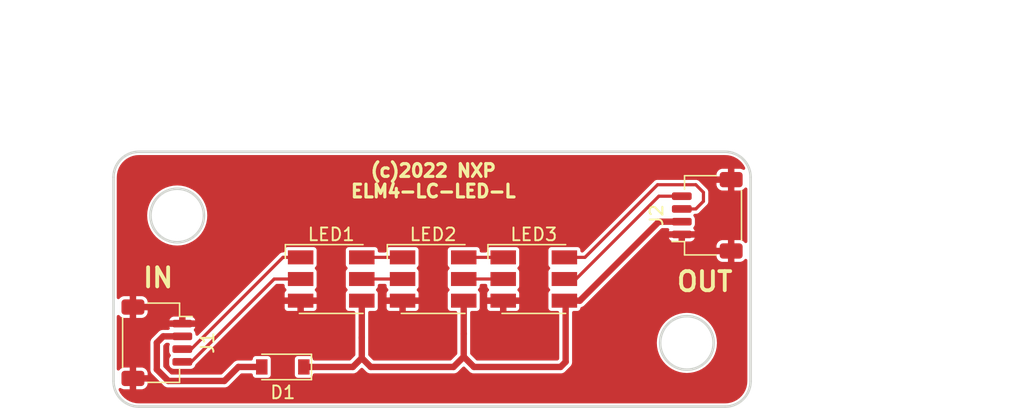
<source format=kicad_pcb>
(kicad_pcb (version 20211014) (generator pcbnew)
  (layers (0 "F.Cu" signal) (31 "B.Cu" signal) (34 "B.Paste" user) (35 "F.Paste" user) (36 "B.SilkS" user "B.Silkscreen") (37 "F.SilkS" user "F.Silkscreen") (38 "B.Mask" user) (39 "F.Mask" user) (44 "Edge.Cuts" user))
  (net 0 "")
  (net 1 "/D_IN1")
  (net 2 "/C_IN1")
  (net 3 "/D_OUT1")
  (net 4 "/C_OUT1")
  (net 5 "/5V_1")
  (net 6 "/GND1")
  (net 7 "/PWR1")
  (net 8 "Net-(LED1-Pad5)")
  (net 9 "Net-(LED1-Pad6)")
  (net 10 "Net-(LED2-Pad6)")
  (net 11 "Net-(LED2-Pad5)")
  (footprint "LED_SMD:LED_RGB_5050-6" (layer "F.Cu") (at 49.585786 40.6)
    (fp_text reference "LED2" (at 0 -3.5 180) (layer "F.SilkS"))
    (fp_text value "APA102")
    (fp_line (start -3.6 -1.6) (end -3.6 -2.7) (layer "F.SilkS") (width 0.12))
    (fp_line (start -3.6 -2.7) (end 2.5 -2.7) (layer "F.SilkS") (width 0.12))
    (fp_line (start 2.5 2.7) (end -2.5 2.7) (layer "F.SilkS") (width 0.12))
    (pad "1" smd rect locked (at -2.4 -1.7 90) (size 1.1 2) (layers "F.Cu" "F.Paste" "F.Mask") (net 9 "Net-(LED1-Pad6)"))
    (pad "2" smd rect locked (at -2.4 0 90) (size 1.1 2) (layers "F.Cu" "F.Paste" "F.Mask") (net 8 "Net-(LED1-Pad5)"))
    (pad "3" smd rect locked (at -2.4 1.7 90) (size 1.1 2) (layers "F.Cu" "F.Paste" "F.Mask") (net 6 "/GND1"))
    (pad "4" smd rect locked (at 2.4 1.7 90) (size 1.1 2) (layers "F.Cu" "F.Paste" "F.Mask") (net 7 "/PWR1"))
    (pad "5" smd rect locked (at 2.4 0 90) (size 1.1 2) (layers "F.Cu" "F.Paste" "F.Mask") (net 11 "Net-(LED2-Pad5)"))
    (pad "6" smd rect locked (at 2.4 -1.7 90) (size 1.1 2) (layers "F.Cu" "F.Paste" "F.Mask") (net 10 "Net-(LED2-Pad6)"))
  )
  (footprint "Diode_SMD:D_SOD-123" (layer "F.Cu") (at 37.785786 47.5 180)
    (fp_text reference "D1" (at 0 -2) (layer "F.SilkS"))
    (fp_text value "D")
    (fp_line (start -2.25 1) (end 1.65 1) (layer "F.SilkS") (width 0.12))
    (fp_line (start -2.25 -1) (end -2.25 1) (layer "F.SilkS") (width 0.12))
    (fp_line (start -2.25 -1) (end 1.65 -1) (layer "F.SilkS") (width 0.12))
    (pad "1" smd rect locked (at -1.65 0 180) (size 0.9 1.2) (layers "F.Cu" "F.Paste" "F.Mask") (net 7 "/PWR1"))
    (pad "2" smd rect locked (at 1.65 0 180) (size 0.9 1.2) (layers "F.Cu" "F.Paste" "F.Mask") (net 5 "/5V_1"))
  )
  (footprint "Connector_JST:JST_SH_SM04B-SRSS-TB_1x04-1MP_P1.00mm_Horizontal" (layer "F.Cu") (at 27.9 45.6 -90)
    (fp_text reference "J1" (at 0 -3.98 90) (layer "F.SilkS"))
    (fp_text value "Conn_01x04")
    (fp_line (start -3.11 0.715) (end -3.11 -1.785) (layer "F.SilkS") (width 0.12))
    (fp_line (start 3.11 -1.785) (end 2.06 -1.785) (layer "F.SilkS") (width 0.12))
    (fp_line (start -3.11 -1.785) (end -2.06 -1.785) (layer "F.SilkS") (width 0.12))
    (fp_line (start 3.11 0.715) (end 3.11 -1.785) (layer "F.SilkS") (width 0.12))
    (fp_line (start -1.94 2.685) (end 1.94 2.685) (layer "F.SilkS") (width 0.12))
    (fp_line (start -2.06 -1.785) (end -2.06 -2.775) (layer "F.SilkS") (width 0.12))
    (pad "1" smd roundrect (at -1.5 -2 270) (size 0.6 1.55) (layers "F.Cu" "F.Paste" "F.Mask") (net 6 "/GND1"))
    (pad "2" smd roundrect (at -0.5 -2 270) (size 0.6 1.55) (layers "F.Cu" "F.Paste" "F.Mask") (net 5 "/5V_1"))
    (pad "3" smd roundrect (at 0.5 -2 270) (size 0.6 1.55) (layers "F.Cu" "F.Paste" "F.Mask") (net 1 "/D_IN1"))
    (pad "4" smd roundrect (at 1.5 -2 270) (size 0.6 1.55) (layers "F.Cu" "F.Paste" "F.Mask") (net 2 "/C_IN1"))
    (pad "MP" smd roundrect (at -2.8 1.875 270) (size 1.2 1.8) (layers "F.Cu" "F.Paste" "F.Mask") (roundrect_rratio 0.2083333333) (net 6 "/GND1"))
    (pad "MP" smd roundrect (at 2.8 1.875 270) (size 1.2 1.8) (layers "F.Cu" "F.Paste" "F.Mask") (roundrect_rratio 0.2083333333) (net 6 "/GND1"))
  )
  (footprint "LED_SMD:LED_RGB_5050-6" (layer "F.Cu") (at 41.585786 40.6)
    (fp_text reference "LED1" (at 0 -3.5 180) (layer "F.SilkS"))
    (fp_text value "APA102")
    (fp_line (start -3.6 -2.7) (end 2.5 -2.7) (layer "F.SilkS") (width 0.12))
    (fp_line (start -3.6 -1.6) (end -3.6 -2.7) (layer "F.SilkS") (width 0.12))
    (fp_line (start 2.5 2.7) (end -2.5 2.7) (layer "F.SilkS") (width 0.12))
    (pad "1" smd rect locked (at -2.4 -1.7 90) (size 1.1 2) (layers "F.Cu" "F.Paste" "F.Mask") (net 1 "/D_IN1"))
    (pad "2" smd rect locked (at -2.4 0 90) (size 1.1 2) (layers "F.Cu" "F.Paste" "F.Mask") (net 2 "/C_IN1"))
    (pad "3" smd rect locked (at -2.4 1.7 90) (size 1.1 2) (layers "F.Cu" "F.Paste" "F.Mask") (net 6 "/GND1"))
    (pad "4" smd rect locked (at 2.4 1.7 90) (size 1.1 2) (layers "F.Cu" "F.Paste" "F.Mask") (net 7 "/PWR1"))
    (pad "5" smd rect locked (at 2.4 0 90) (size 1.1 2) (layers "F.Cu" "F.Paste" "F.Mask") (net 8 "Net-(LED1-Pad5)"))
    (pad "6" smd rect locked (at 2.4 -1.7 90) (size 1.1 2) (layers "F.Cu" "F.Paste" "F.Mask") (net 9 "Net-(LED1-Pad6)"))
  )
  (footprint "LED_SMD:LED_RGB_5050-6" (layer "F.Cu") (at 57.485786 40.6)
    (fp_text reference "LED3" (at 0 -3.5 180) (layer "F.SilkS"))
    (fp_text value "APA102")
    (fp_line (start 2.5 2.7) (end -2.5 2.7) (layer "F.SilkS") (width 0.12))
    (fp_line (start -3.6 -1.6) (end -3.6 -2.7) (layer "F.SilkS") (width 0.12))
    (fp_line (start -3.6 -2.7) (end 2.5 -2.7) (layer "F.SilkS") (width 0.12))
    (pad "1" smd rect locked (at -2.4 -1.7 90) (size 1.1 2) (layers "F.Cu" "F.Paste" "F.Mask") (net 10 "Net-(LED2-Pad6)"))
    (pad "2" smd rect locked (at -2.4 0 90) (size 1.1 2) (layers "F.Cu" "F.Paste" "F.Mask") (net 11 "Net-(LED2-Pad5)"))
    (pad "3" smd rect locked (at -2.4 1.7 90) (size 1.1 2) (layers "F.Cu" "F.Paste" "F.Mask") (net 6 "/GND1"))
    (pad "4" smd rect locked (at 2.4 1.7 90) (size 1.1 2) (layers "F.Cu" "F.Paste" "F.Mask") (net 7 "/PWR1"))
    (pad "5" smd rect locked (at 2.4 0 90) (size 1.1 2) (layers "F.Cu" "F.Paste" "F.Mask") (net 4 "/C_OUT1"))
    (pad "6" smd rect locked (at 2.4 -1.7 90) (size 1.1 2) (layers "F.Cu" "F.Paste" "F.Mask") (net 3 "/D_OUT1"))
  )
  (footprint "Connector_JST:JST_SH_SM04B-SRSS-TB_1x04-1MP_P1.00mm_Horizontal" (layer "F.Cu") (at 71.1 35.6 90)
    (fp_text reference "J2" (at 0 -3.98 90) (layer "F.SilkS"))
    (fp_text value "Conn_01x04")
    (fp_line (start -2.06 -1.785) (end -2.06 -2.775) (layer "F.SilkS") (width 0.12))
    (fp_line (start 3.11 0.715) (end 3.11 -1.785) (layer "F.SilkS") (width 0.12))
    (fp_line (start 3.11 -1.785) (end 2.06 -1.785) (layer "F.SilkS") (width 0.12))
    (fp_line (start -3.11 0.715) (end -3.11 -1.785) (layer "F.SilkS") (width 0.12))
    (fp_line (start -1.94 2.685) (end 1.94 2.685) (layer "F.SilkS") (width 0.12))
    (fp_line (start -3.11 -1.785) (end -2.06 -1.785) (layer "F.SilkS") (width 0.12))
    (pad "1" smd roundrect (at -1.5 -2 90) (size 0.6 1.55) (layers "F.Cu" "F.Paste" "F.Mask") (net 6 "/GND1"))
    (pad "2" smd roundrect (at -0.5 -2 90) (size 0.6 1.55) (layers "F.Cu" "F.Paste" "F.Mask") (net 7 "/PWR1"))
    (pad "3" smd roundrect (at 0.5 -2 90) (size 0.6 1.55) (layers "F.Cu" "F.Paste" "F.Mask") (net 3 "/D_OUT1"))
    (pad "4" smd roundrect (at 1.5 -2 90) (size 0.6 1.55) (layers "F.Cu" "F.Paste" "F.Mask") (net 4 "/C_OUT1"))
    (pad "MP" smd roundrect (at -2.8 1.875 90) (size 1.2 1.8) (layers "F.Cu" "F.Paste" "F.Mask") (roundrect_rratio 0.2083333333) (net 6 "/GND1"))
    (pad "MP" smd roundrect (at 2.8 1.875 90) (size 1.2 1.8) (layers "F.Cu" "F.Paste" "F.Mask") (roundrect_rratio 0.2083333333) (net 6 "/GND1"))
  )
  (gr_line (start 26.5 50.614214) (end 72.5 50.614214) (layer "Edge.Cuts") (width 0.2))
  (gr_arc (start 72.5 30.614214) (mid 73.914214 31.2) (end 74.5 32.614214) (layer "Edge.Cuts") (width 0.2))
  (gr_arc (start 24.5 32.614214) (mid 25.085786 31.2) (end 26.5 30.614214) (layer "Edge.Cuts") (width 0.2))
  (gr_arc (start 74.5 48.614214) (mid 73.914214 50.028428) (end 72.5 50.614214) (layer "Edge.Cuts") (width 0.2))
  (gr_circle (center 69.5 45.614214) (end 71.6 45.614214) (layer "Edge.Cuts") (width 0.2) (fill none))
  (gr_arc (start 26.5 50.614214) (mid 25.085786 50.028428) (end 24.5 48.614214) (layer "Edge.Cuts") (width 0.2))
  (gr_circle (center 29.5 35.614214) (end 31.6 35.614214) (layer "Edge.Cuts") (width 0.2) (fill none))
  (gr_line (start 74.5 48.614214) (end 74.5 32.614214) (layer "Edge.Cuts") (width 0.2))
  (gr_line (start 24.5 32.614214) (end 24.5 48.614214) (layer "Edge.Cuts") (width 0.2))
  (gr_line (start 72.5 30.614214) (end 26.5 30.614214) (layer "Edge.Cuts") (width 0.2))
  (gr_text "IN" (at 28 40.5) (layer "F.SilkS") (effects (font (size 1.5 1.5) (thickness 0.3))))
  (gr_text "OUT" (at 70.9 40.8) (layer "F.SilkS") (effects (font (size 1.5 1.5) (thickness 0.3))))
  (gr_text "(c)2022 NXP\nELM4-LC-LED-L" (at 49.6 32.9) (layer "F.SilkS") (effects (font (size 1 1) (thickness 0.25))))
  (segment (start 37.8 38.9) (end 39.185786 38.9) (width 0.25) (layer "F.Cu") (net 1))
  (segment (start 29.9 46.1) (end 30.6 46.1) (width 0.25) (layer "F.Cu") (net 1))
  (segment (start 30.6 46.1) (end 37.8 38.9) (width 0.25) (layer "F.Cu") (net 1))
  (segment (start 29.9 47.1) (end 30.60893 47.1) (width 0.25) (layer "F.Cu") (net 2))
  (segment (start 30.60893 47.1) (end 37.10893 40.6) (width 0.25) (layer "F.Cu") (net 2))
  (segment (start 37.10893 40.6) (end 39.185786 40.6) (width 0.25) (layer "F.Cu") (net 2))
  (segment (start 70.2 35.1) (end 69.1 35.1) (width 0.25) (layer "F.Cu") (net 3))
  (segment (start 61.5 38.9) (end 67.2 33.2) (width 0.25) (layer "F.Cu") (net 3))
  (segment (start 70.8 33.8) (end 70.8 34.5) (width 0.25) (layer "F.Cu") (net 3))
  (segment (start 70.8 34.5) (end 70.2 35.1) (width 0.25) (layer "F.Cu") (net 3))
  (segment (start 70.2 33.2) (end 70.8 33.8) (width 0.25) (layer "F.Cu") (net 3))
  (segment (start 59.885786 38.9) (end 61.5 38.9) (width 0.25) (layer "F.Cu") (net 3))
  (segment (start 67.2 33.2) (end 70.2 33.2) (width 0.25) (layer "F.Cu") (net 3))
  (segment (start 59.885786 40.6) (end 60.8 40.6) (width 0.25) (layer "F.Cu") (net 4))
  (segment (start 67.3 34.1) (end 69.1 34.1) (width 0.25) (layer "F.Cu") (net 4))
  (segment (start 60.8 40.6) (end 67.3 34.1) (width 0.25) (layer "F.Cu") (net 4))
  (segment (start 27.9 45.6) (end 27.9 47.7) (width 0.5) (layer "F.Cu") (net 5))
  (segment (start 33.2 48.6) (end 34.3 47.5) (width 0.5) (layer "F.Cu") (net 5))
  (segment (start 28.8 48.6) (end 33.2 48.6) (width 0.5) (layer "F.Cu") (net 5))
  (segment (start 28.4 45.1) (end 27.9 45.6) (width 0.5) (layer "F.Cu") (net 5))
  (segment (start 27.9 47.7) (end 28.8 48.6) (width 0.5) (layer "F.Cu") (net 5))
  (segment (start 34.3 47.5) (end 36.135786 47.5) (width 0.5) (layer "F.Cu") (net 5))
  (segment (start 29.9 45.1) (end 28.4 45.1) (width 0.5) (layer "F.Cu") (net 5))
  (segment (start 43.285786 47.5) (end 43.985786 46.8) (width 0.5) (layer "F.Cu") (net 7))
  (segment (start 43.985786 46.8) (end 44.685786 47.5) (width 0.5) (layer "F.Cu") (net 7))
  (segment (start 52.785786 47.5) (end 59.585786 47.5) (width 0.5) (layer "F.Cu") (net 7))
  (segment (start 44.685786 47.5) (end 51.185786 47.5) (width 0.5) (layer "F.Cu") (net 7))
  (segment (start 59.885786 42.3) (end 61.1 42.3) (width 0.5) (layer "F.Cu") (net 7))
  (segment (start 67.3 36.1) (end 69.1 36.1) (width 0.5) (layer "F.Cu") (net 7))
  (segment (start 51.985786 44.9) (end 51.985786 42.9) (width 0.5) (layer "F.Cu") (net 7))
  (segment (start 51.985786 46.7) (end 52.785786 47.5) (width 0.5) (layer "F.Cu") (net 7))
  (segment (start 59.585786 47.5) (end 59.985786 47.1) (width 0.5) (layer "F.Cu") (net 7))
  (segment (start 51.185786 47.5) (end 51.985786 46.7) (width 0.5) (layer "F.Cu") (net 7))
  (segment (start 51.985786 46.7) (end 51.985786 44.9) (width 0.5) (layer "F.Cu") (net 7))
  (segment (start 39.435786 47.5) (end 43.285786 47.5) (width 0.5) (layer "F.Cu") (net 7))
  (segment (start 43.985786 45.2) (end 43.985786 42.9) (width 0.5) (layer "F.Cu") (net 7))
  (segment (start 59.985786 47.1) (end 59.985786 42.9) (width 0.5) (layer "F.Cu") (net 7))
  (segment (start 43.985786 46.8) (end 43.985786 45.2) (width 0.5) (layer "F.Cu") (net 7))
  (segment (start 61.1 42.3) (end 67.3 36.1) (width 0.5) (layer "F.Cu") (net 7))
  (segment (start 43.985786 40.6) (end 47.185786 40.6) (width 0.25) (layer "F.Cu") (net 8))
  (segment (start 43.985786 38.9) (end 47.185786 38.9) (width 0.25) (layer "F.Cu") (net 9))
  (segment (start 51.985786 38.9) (end 55.085786 38.9) (width 0.25) (layer "F.Cu") (net 10))
  (segment (start 51.985786 40.6) (end 55.085786 40.6) (width 0.25) (layer "F.Cu") (net 11))
  (zone (net 6) (net_name "/GND1") (layer "F.Cu") (connect_pads (clearance 0.254)) (min_thickness 0.254) (fill yes (thermal_gap 0.254) (thermal_bridge_width 0.508))
    (polygon (pts (xy 74.685786 50.7) (xy 24.385786 50.7) (xy 24.385786 30.5) (xy 74.685786 30.5)))
  )
)
</source>
